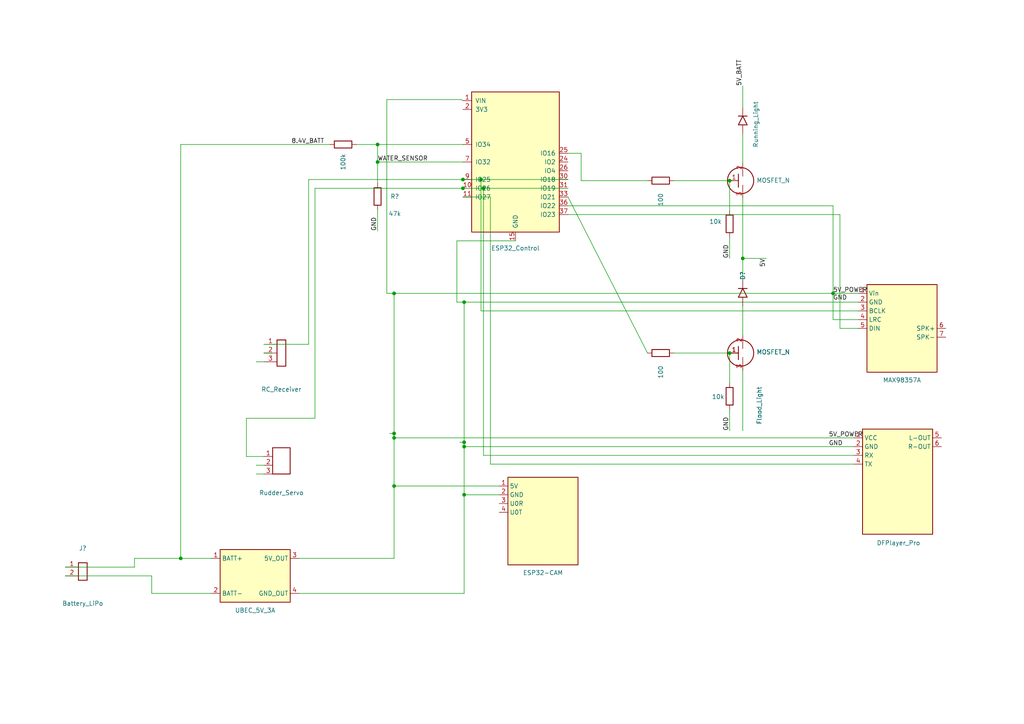
<source format=kicad_sch>
(kicad_sch (version 20250114) (generator "eeschema") (generator_version "9.0")
  (paper "A4")
  (title_block (title "Edmund Fitzgerald - MASTER SCHEMATIC") (date "2026-01-31") (rev "6.0") (company "Project Edmund Fitzgerald"))
  (lib_symbols
    (symbol "Connector:Conn_01x02_Male" (pin_names (offset 1.016) (hide yes))
      (property "Reference" "J" (at 0 5.08 0))
      (property "Value" "Battery_In" (at 0 -2.54 0))
      (symbol "Conn_01x02_Male_0_1"
        (rectangle (start -1.27 -1.27) (end 1.27 3.81) (stroke (width 0.254)))
      )
      (symbol "Conn_01x02_Male_1_1"
        (pin passive line (at -5.08 2.54 0) (length 3.81) (name "1") (number "1"))
        (pin passive line (at -5.08 0 0) (length 3.81) (name "2") (number "2"))
      )
    )
    (symbol "Connector:Conn_01x03_Male" (pin_names (offset 1.016) (hide yes))
      (property "Reference" "J" (at 0 5.08 0))
      (property "Value" "RC_Pin" (at 0 -2.54 0))
      (symbol "Conn_01x03_Male_0_1"
        (rectangle (start -1.27 -1.27) (end 1.27 6.35) (stroke (width 0.254)))
      )
      (symbol "Conn_01x03_Male_1_1"
        (pin passive line (at -5.08 5.08 0) (length 3.81) (name "1") (number "1"))
        (pin passive line (at -5.08 2.54 0) (length 3.81) (name "2") (number "2"))
        (pin passive line (at -5.08 0 0) (length 3.81) (name "3") (number "3"))
      )
    )
    (symbol "Converter_DCDC:UBEC_5V"
      (property "Reference" "U" (at 0 10.16 0))
      (property "Value" "UBEC_5V" (at 0 7.62 0))
      (symbol "UBEC_5V_0_1"
        (rectangle (start -10.16 -7.62) (end 10.16 7.62) (stroke (width 0.254)) (fill (type background)))
      )
      (symbol "UBEC_5V_1_1"
        (pin power_in line (at -12.7 5.08 0) (length 2.54) (name "BATT+") (number "1"))
        (pin power_in line (at -12.7 -5.08 0) (length 2.54) (name "BATT-") (number "2"))
        (pin power_out line (at 12.7 5.08 180) (length 2.54) (name "5V_OUT") (number "3"))
        (pin power_out line (at 12.7 -5.08 180) (length 2.54) (name "GND_OUT") (number "4"))
      )
    )
    (symbol "Device:LED" (pin_numbers (hide yes)) (pin_names (offset 1.016) (hide yes))
      (property "Reference" "D" (at 0 2.54 0))
      (property "Value" "LED" (at 0 -2.54 0))
      (symbol "LED_0_1"
        (polyline (pts (xy -1.27 -1.27) (xy -1.27 1.27) (xy 1.27 0) (xy -1.27 -1.27)) (stroke (width 0.254)))
        (polyline (pts (xy 1.27 -1.27) (xy 1.27 1.27)) (stroke (width 0.254)))
      )
      (symbol "LED_1_1"
        (pin passive line (at -3.81 0 0) (length 2.54) (name "K") (number "1"))
        (pin passive line (at 3.81 0 180) (length 2.54) (name "A") (number "2"))
      )
    )
    (symbol "Device:R" (pin_numbers (hide yes)) (pin_names (offset 0))
      (property "Reference" "R" (at 2.032 0 90))
      (property "Value" "R" (at 0 0 90))
      (symbol "R_0_1"
        (rectangle (start -1.016 -2.54) (end 1.016 2.54) (stroke (width 0.254)))
      )
      (symbol "R_1_1"
        (pin passive line (at 0 3.81 270) (length 1.27) (name "~") (number "1"))
        (pin passive line (at 0 -3.81 90) (length 1.27) (name "~") (number "2"))
      )
    )
    (symbol "MCU_Espressif:ESP32-DevKit" (pin_names (offset 1.016))
      (property "Reference" "U" (at -12.7 22.86 0))
      (property "Value" "ESP32-DevKit" (at 0 22.86 0))
      (symbol "ESP32-DevKit_0_1"
        (rectangle (start -12.7 -20.32) (end 12.7 20.32) (stroke (width 0.254)) (fill (type background)))
      )
      (symbol "ESP32-DevKit_1_1"
        (pin power_in line (at -15.24 17.78 0) (length 2.54) (name "VIN") (number "1"))
        (pin power_out line (at -15.24 15.24 0) (length 2.54) (name "3V3") (number "2"))
        (pin bidirectional line (at -15.24 5.08 0) (length 2.54) (name "IO34") (number "5"))
        (pin bidirectional line (at -15.24 0 0) (length 2.54) (name "IO32") (number "7"))
        (pin bidirectional line (at -15.24 -5.08 0) (length 2.54) (name "IO25") (number "9"))
        (pin bidirectional line (at -15.24 -7.62 0) (length 2.54) (name "IO26") (number "10"))
        (pin bidirectional line (at -15.24 -10.16 0) (length 2.54) (name "IO27") (number "11"))
        (pin power_in line (at 0 -22.86 90) (length 2.54) (name "GND") (number "15"))
        (pin bidirectional line (at 15.24 2.54 180) (length 2.54) (name "IO16") (number "25"))
        (pin bidirectional line (at 15.24 0 180) (length 2.54) (name "IO2") (number "24"))
        (pin bidirectional line (at 15.24 -2.54 180) (length 2.54) (name "IO4") (number "26"))
        (pin bidirectional line (at 15.24 -5.08 180) (length 2.54) (name "IO18") (number "30"))
        (pin bidirectional line (at 15.24 -7.62 180) (length 2.54) (name "IO19") (number "31"))
        (pin bidirectional line (at 15.24 -10.16 180) (length 2.54) (name "IO21") (number "33"))
        (pin bidirectional line (at 15.24 -12.7 180) (length 2.54) (name "IO22") (number "36"))
        (pin bidirectional line (at 15.24 -15.24 180) (length 2.54) (name "IO23") (number "37"))
      )
    )
    (symbol "Module:DFPlayer_Pro"
      (property "Reference" "U" (at 0 17.78 0))
      (property "Value" "DFPlayer_Pro" (at 0 15.24 0))
      (symbol "DFPlayer_Pro_0_1"
        (rectangle (start -10.16 -15.24) (end 10.16 15.24) (stroke (width 0.254)) (fill (type background)))
      )
      (symbol "DFPlayer_Pro_1_1"
        (pin power_in line (at -12.7 12.7 0) (length 2.54) (name "VCC") (number "1"))
        (pin power_in line (at -12.7 10.16 0) (length 2.54) (name "GND") (number "2"))
        (pin input line (at -12.7 7.62 0) (length 2.54) (name "RX") (number "3"))
        (pin output line (at -12.7 5.08 0) (length 2.54) (name "TX") (number "4"))
        (pin output line (at 12.7 12.7 180) (length 2.54) (name "L-OUT") (number "5"))
        (pin output line (at 12.7 10.16 180) (length 2.54) (name "R-OUT") (number "6"))
      )
    )
    (symbol "Module:ESP32-CAM"
      (property "Reference" "U" (at 0 15.24 0))
      (property "Value" "ESP32-CAM" (at 0 12.7 0))
      (symbol "ESP32-CAM_0_1"
        (rectangle (start -10.16 -12.7) (end 10.16 12.7) (stroke (width 0.254)) (fill (type background)))
      )
      (symbol "ESP32-CAM_1_1"
        (pin power_in line (at -12.7 10.16 0) (length 2.54) (name "5V") (number "1"))
        (pin power_in line (at -12.7 7.62 0) (length 2.54) (name "GND") (number "2"))
        (pin input line (at -12.7 5.08 0) (length 2.54) (name "U0R") (number "3"))
        (pin output line (at -12.7 2.54 0) (length 2.54) (name "U0T") (number "4"))
      )
    )
    (symbol "Module:MAX98357A"
      (property "Reference" "U" (at 0 15.24 0))
      (property "Value" "MAX98357A" (at 0 12.7 0))
      (symbol "MAX98357A_0_1"
        (rectangle (start -10.16 -12.7) (end 10.16 12.7) (stroke (width 0.254)) (fill (type background)))
      )
      (symbol "MAX98357A_1_1"
        (pin power_in line (at -12.7 10.16 0) (length 2.54) (name "Vin") (number "1"))
        (pin power_in line (at -12.7 7.62 0) (length 2.54) (name "GND") (number "2"))
        (pin input line (at -12.7 5.08 0) (length 2.54) (name "BCLK") (number "3"))
        (pin input line (at -12.7 2.54 0) (length 2.54) (name "LRC") (number "4"))
        (pin input line (at -12.7 0 0) (length 2.54) (name "DIN") (number "5"))
        (pin output line (at 12.7 0 180) (length 2.54) (name "SPK+") (number "6"))
        (pin output line (at 12.7 -2.54 180) (length 2.54) (name "SPK-") (number "7"))
      )
    )
    (symbol "Motor:Servo" (pin_names (offset 1.016) (hide yes))
      (property "Reference" "M" (at 0 5.08 0))
      (property "Value" "Rudder_Servo" (at 0 -2.54 0))
      (symbol "Servo_0_1"
        (rectangle (start -2.54 -2.54) (end 2.54 5.08) (stroke (width 0.254)))
      )
      (symbol "Servo_1_1"
        (pin input line (at -5.08 2.54 0) (length 2.54) (name "PWM") (number "1"))
        (pin power_in line (at -5.08 0 0) (length 2.54) (name "VCC") (number "2"))
        (pin power_in line (at -5.08 -2.54 0) (length 2.54) (name "GND") (number "3"))
      )
    )
    (symbol "Transistor_FET:Q_NMOS_GDS" (pin_names (offset 0) (hide yes))
      (property "Reference" "Q" (at 5.08 2.54 0))
      (property "Value" "Q_NMOS_GDS" (at 5.08 0 0))
      (symbol "Q_NMOS_GDS_0_1"
        (polyline (pts (xy 0.254 0) (xy 2.54 0)))
        (polyline (pts (xy 2.54 1.905) (xy 2.54 -1.905)) (stroke (width 0.254)))
        (circle (center 3.175 0) (radius 3.81) (stroke (width 0.254)))
        (polyline (pts (xy 3.81 2.54) (xy 3.81 1.27)))
        (polyline (pts (xy 3.81 -2.54) (xy 3.81 -1.27)))
        (pin input line (at 0 0 0) (length 2.54) (name "G") (number "1"))
        (pin passive line (at 3.81 5.08 270) (length 2.54) (name "D") (number "2"))
        (pin passive line (at 3.81 -5.08 90) (length 2.54) (name "S") (number "3"))
      )
    )
  )
  (junction (at 215.43 74.95))
  (junction (at 134.27 54.61))
  (junction (at 241.62 85.09))
  (junction (at 134.62 87.63))
  (junction (at 134.62 128.27))
  (junction (at 139.51 52.07))
  (junction (at 114.3 140.97))
  (junction (at 134.27 52.07))
  (junction (at 211.62 102.4))
  (junction (at 134.62 143.51))
  (junction (at 114.3 127))
  (junction (at 114.3 85.09))
  (junction (at 109.51 46.99))
  (junction (at 134.62 129.54))
  (junction (at 52.42 161.95))
  (junction (at 109.51 41.91))
  (junction (at 211.62 52.4))
  (junction (at 114.3 125.73))
  (junction (at 140.24 54.61))
  (wire (pts (xy 164.75 44.45) (xy 168.56 44.45)))
  (wire (pts (xy 86.71 172.11) (xy 134.62 172.11)))
  (wire (pts (xy 134.62 143.51) (xy 144.78 143.51)))
  (wire (pts (xy 18.93 167.03) (xy 44.01 167.03)))
  (wire (pts (xy 114.3 125.73) (xy 114.3 127)))
  (wire (pts (xy 133.35 128.27) (xy 134.62 128.27)))
  (wire (pts (xy 164.75 62.23) (xy 243.62 62.23)))
  (wire (pts (xy 89.51 99.86) (xy 89.51 52.07)))
  (wire (pts (xy 114.3 127) (xy 247.65 127)))
  (wire (pts (xy 74.32 137.48) (xy 76.54 137.48)))
  (wire (pts (xy 243.62 62.23) (xy 243.62 95.25)))
  (wire (pts (xy 114.3 140.97) (xy 114.3 161.95)))
  (wire (pts (xy 71.47 121.31) (xy 91.36 121.31)))
  (wire (pts (xy 211.62 102.4) (xy 211.62 111.13)))
  (wire (pts (xy 114.3 127) (xy 114.3 140.97)))
  (wire (pts (xy 134.27 54.61) (xy 140.24 54.61)))
  (wire (pts (xy 134.27 57.15) (xy 142.24 57.15)))
  (wire (pts (xy 215.43 97.32) (xy 215.43 88.75)))
  (wire (pts (xy 139.51 90.17) (xy 248.92 90.17)))
  (wire (pts (xy 39.01 161.95) (xy 52.42 161.95)))
  (wire (pts (xy 134.62 143.51) (xy 134.62 172.11)))
  (wire (pts (xy 211.62 52.4) (xy 211.62 61.13)))
  (wire (pts (xy 109.51 41.91) (xy 109.51 46.99)))
  (wire (pts (xy 134.62 128.27) (xy 134.62 129.54)))
  (wire (pts (xy 241.62 92.71) (xy 248.92 92.71)))
  (wire (pts (xy 74.32 104.94) (xy 76.54 104.94)))
  (wire (pts (xy 241.62 85.09) (xy 241.62 92.71)))
  (wire (pts (xy 91.36 121.31) (xy 91.36 54.61)))
  (wire (pts (xy 114.3 85.09) (xy 114.3 125.73)))
  (wire (pts (xy 103.32 41.91) (xy 109.51 41.91)))
  (wire (pts (xy 109.51 41.91) (xy 134.27 41.91)))
  (wire (pts (xy 134.27 52.07) (xy 139.51 52.07)))
  (wire (pts (xy 164.75 59.69) (xy 241.62 59.69)))
  (wire (pts (xy 133.78 28.88) (xy 134.27 29.21)))
  (wire (pts (xy 112.19 85.09) (xy 112.19 28.88)))
  (wire (pts (xy 215.43 107.48) (xy 215.43 124.94)))
  (wire (pts (xy 71.47 132.4) (xy 76.54 132.4)))
  (wire (pts (xy 132.51 87.63) (xy 134.62 87.63)))
  (wire (pts (xy 71.47 121.31) (xy 71.47 132.4)))
  (wire (pts (xy 114.3 161.95) (xy 86.71 161.95)))
  (wire (pts (xy 109.51 60.8) (xy 109.51 66.99)))
  (wire (pts (xy 142.24 134.62) (xy 247.65 134.62)))
  (wire (pts (xy 215.43 74.95) (xy 215.43 81.13)))
  (wire (pts (xy 243.62 95.25) (xy 248.92 95.25)))
  (wire (pts (xy 113.03 125.73) (xy 114.3 125.73)))
  (wire (pts (xy 114.3 85.09) (xy 241.62 85.09)))
  (wire (pts (xy 114.3 140.97) (xy 144.78 140.97)))
  (wire (pts (xy 142.24 57.15) (xy 142.24 134.62)))
  (wire (pts (xy 140.24 132.08) (xy 247.65 132.08)))
  (wire (pts (xy 134.27 46.99) (xy 109.51 46.99)))
  (wire (pts (xy 139.51 52.07) (xy 164.75 52.07)))
  (wire (pts (xy 134.62 87.63) (xy 134.62 128.27)))
  (wire (pts (xy 195.43 52.4) (xy 211.62 52.4)))
  (wire (pts (xy 76.54 99.86) (xy 89.51 99.86)))
  (wire (pts (xy 132.51 87.63) (xy 132.51 69.85)))
  (wire (pts (xy 52.42 161.95) (xy 61.31 161.95)))
  (wire (pts (xy 241.62 85.09) (xy 248.92 85.09)))
  (wire (pts (xy 39.01 164.49) (xy 39.01 161.95)))
  (wire (pts (xy 112.19 28.88) (xy 133.78 28.88)))
  (wire (pts (xy 44.01 172.11) (xy 61.31 172.11)))
  (wire (pts (xy 112.19 85.09) (xy 114.3 85.09)))
  (wire (pts (xy 109.51 46.99) (xy 109.51 53.18)))
  (wire (pts (xy 134.62 87.63) (xy 248.92 87.63)))
  (wire (pts (xy 215.43 57.48) (xy 215.43 74.95)))
  (wire (pts (xy 215.43 47.32) (xy 215.43 38.75)))
  (wire (pts (xy 164.75 57.15) (xy 187.81 102.4)))
  (wire (pts (xy 140.24 54.61) (xy 140.24 132.08)))
  (wire (pts (xy 168.56 44.45) (xy 168.56 52.4)))
  (wire (pts (xy 140.24 54.61) (xy 164.75 54.61)))
  (wire (pts (xy 134.62 129.54) (xy 134.62 143.51)))
  (wire (pts (xy 44.01 167.03) (xy 44.01 172.11)))
  (wire (pts (xy 241.62 59.69) (xy 241.62 85.09)))
  (wire (pts (xy 74.32 134.94) (xy 76.54 134.94)))
  (wire (pts (xy 52.42 41.91) (xy 52.42 161.95)))
  (wire (pts (xy 215.43 31.13) (xy 215.43 24.94)))
  (wire (pts (xy 195.43 102.4) (xy 211.62 102.4)))
  (wire (pts (xy 91.36 54.61) (xy 134.27 54.61)))
  (wire (pts (xy 76.54 102.4) (xy 78.93 102.4)))
  (wire (pts (xy 222.25 74.95) (xy 215.43 74.95)))
  (wire (pts (xy 211.62 68.75) (xy 211.62 74.94)))
  (wire (pts (xy 168.56 52.4) (xy 187.81 52.4)))
  (wire (pts (xy 89.51 52.07) (xy 134.27 52.07)))
  (wire (pts (xy 139.51 52.07) (xy 139.51 90.17)))
  (wire (pts (xy 132.51 69.85) (xy 149.51 69.85)))
  (wire (pts (xy 211.62 118.75) (xy 211.62 124.94)))
  (wire (pts (xy 52.42 41.91) (xy 95.7 41.91)))
  (wire (pts (xy 18.93 164.49) (xy 39.01 164.49)))
  (wire (pts (xy 134.62 129.54) (xy 247.65 129.54)))
  (label "5V_POWER" (at 241.62 85.09 0))
  (label "GND" (at 109.51 66.99 90))
  (label "5V_BATT" (at 215.43 24.94 90))
  (label "GND" (at 240.35 129.54 0))
  (label "5V_POWER" (at 240.35 127 0))
  (label "5V" (at 222.25 77.47 90))
  (label "GND" (at 241.62 87.32 0))
  (label "WATER_SENSOR" (at 109.51 46.99 0))
  (label "GND" (at 211.62 124.94 90))
  (label "GND" (at 211.62 74.94 90))
  (label "8.4V_BATT" (at 84.51 41.91 0))
  (symbol (lib_id "Module:MAX98357A") (at 261.62 95.25 0) (unit 1)
    (property "Reference" "U?" (effects (hide yes)))
    (property "Value" "MAX98357A" (at 261.62 110.25 0))
  )
  (symbol (lib_id "Device:R") (at 109.51 56.99 0) (unit 1)
    (property "Reference" "R?" (at 114.51 56.99 0))
    (property "Value" "47k" (at 114.51 61.99 0))
  )
  (symbol (lib_id "Module:DFPlayer_Pro") (at 260.35 139.7 0) (unit 1)
    (property "Reference" "U?" (effects (hide yes)))
    (property "Value" "DFPlayer_Pro" (at 260.604 157.48 0))
  )
  (symbol (lib_id "Motor:Servo") (at 81.62 134.94 0) (unit 1)
    (property "Reference" "M?" (effects (hide yes)))
    (property "Value" "Rudder_Servo" (at 81.62 142.94 0))
  )
  (symbol (lib_id "MCU_Espressif:ESP32-DevKit") (at 149.51 46.99 0) (unit 1)
    (property "Reference" "U?" (effects (hide yes)))
    (property "Value" "ESP32_Control" (at 149.51 71.99 0))
  )
  (symbol (lib_id "Transistor_FET:Q_NMOS_GDS") (at 211.62 102.4 0) (unit 1)
    (property "Reference" "Q?" (effects (hide yes)))
    (property "Value" "MOSFET_N" (at 224.282 102.108 0))
  )
  (symbol (lib_id "Device:LED") (at 215.43 84.94 90) (unit 1)
    (property "Reference" "D?" (at 215.43 79.94 0))
    (property "Value" "Flood_Light" (at 220.218 117.602 0))
  )
  (symbol (lib_id "Device:LED") (at 215.43 34.94 90) (unit 1)
    (property "Reference" "D?" (effects (hide yes)))
    (property "Value" "Running_Light" (at 219.202 36.068 0))
  )
  (symbol (lib_id "Device:R") (at 211.62 64.94 0) (unit 1)
    (property "Reference" "R?" (effects (hide yes)))
    (property "Value" "10k" (at 207.518 64.262 0))
  )
  (symbol (lib_id "Connector:Conn_01x02_Male") (at 24.01 167.03 0) (unit 1)
    (property "Reference" "J?" (at 24.01 159.03 0))
    (property "Value" "Battery_LiPo" (at 24.01 175.03 0))
  )
  (symbol (lib_id "Device:R") (at 191.62 102.4 90) (unit 1)
    (property "Reference" "R?" (effects (hide yes)))
    (property "Value" "100" (at 191.62 107.94 0))
  )
  (symbol (lib_id "Transistor_FET:Q_NMOS_GDS") (at 211.62 52.4 0) (unit 1)
    (property "Reference" "Q?" (effects (hide yes)))
    (property "Value" "MOSFET_N" (at 224.282 52.324 0))
  )
  (symbol (lib_id "Device:R") (at 211.62 114.94 0) (unit 1)
    (property "Reference" "R?" (effects (hide yes)))
    (property "Value" "10k" (at 208.28 115.062 0))
  )
  (symbol (lib_id "Device:R") (at 99.51 41.91 90) (unit 1)
    (property "Reference" "R?" (effects (hide yes)))
    (property "Value" "100k" (at 99.51 46.99 0))
  )
  (symbol (lib_id "Connector:Conn_01x03_Male") (at 81.62 104.94 0) (unit 1)
    (property "Reference" "J?" (effects (hide yes)))
    (property "Value" "RC_Receiver" (at 81.62 112.94 0))
  )
  (symbol (lib_id "Module:ESP32-CAM") (at 157.48 151.13 0) (unit 1)
    (property "Reference" "U?" (effects (hide yes)))
    (property "Value" "ESP32-CAM" (at 157.48 166.13 0))
  )
  (symbol (lib_id "Device:R") (at 191.62 52.4 90) (unit 1)
    (property "Reference" "R?" (effects (hide yes)))
    (property "Value" "100" (at 191.62 57.94 0))
  )
  (symbol (lib_id "Converter_DCDC:UBEC_5V") (at 74.01 167.03 0) (unit 1)
    (property "Reference" "U?" (effects (hide yes)))
    (property "Value" "UBEC_5V_3A" (at 74.01 177.03 0))
  )
)
</source>
